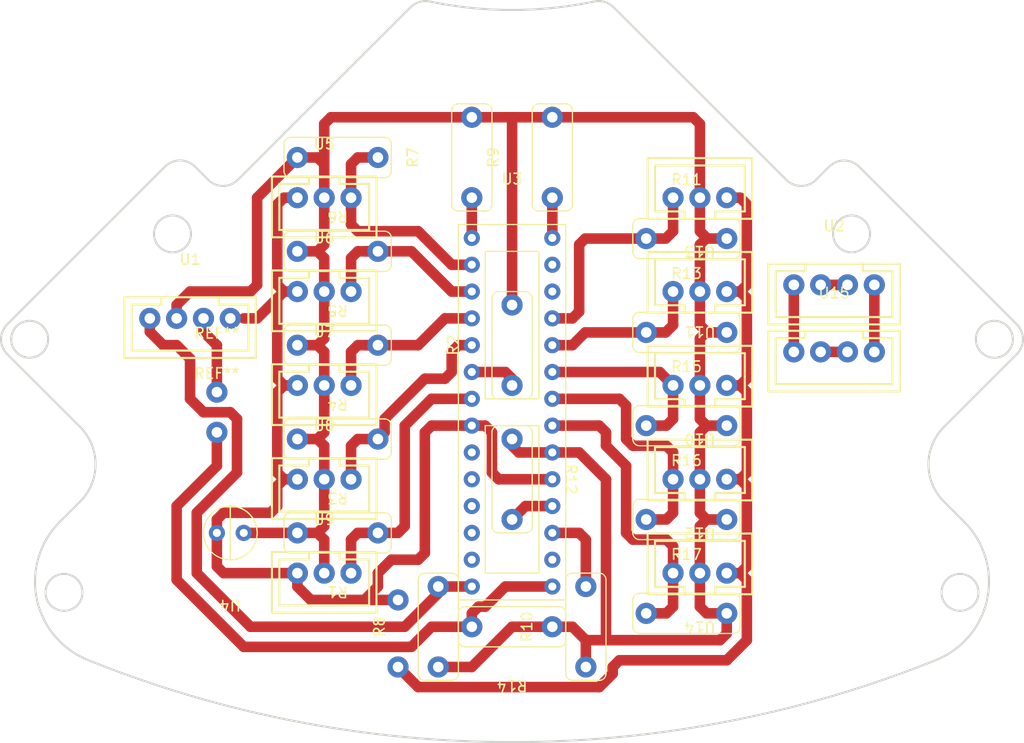
<source format=kicad_pcb>
(kicad_pcb (version 20211014) (generator pcbnew)
  (layers (0 "F.Cu" signal) (31 "B.Cu" signal) (34 "B.Paste" user) (35 "F.Paste" user) (36 "B.SilkS" user "B.Silkscreen") (37 "F.SilkS" user "F.Silkscreen") (38 "B.Mask" user) (39 "F.Mask" user) (44 "Edge.Cuts" user))
  (net 0 "")
  (net 1 "GND")
  (net 2 "ch5")
  (net 3 "+5V")
  (net 4 "start")
  (net 5 "ch4")
  (net 6 "ch3")
  (net 7 "ch2")
  (net 8 "ch1")
  (net 9 "Net-(R7-Pad1)")
  (net 10 "SCL")
  (net 11 "Net-(R9-Pad1)")
  (net 12 "Net-(R10-Pad2)")
  (net 13 "ch9")
  (net 14 "Net-(R12-Pad2)")
  (net 15 "ch7")
  (net 16 "SDA")
  (net 17 "ch6")
  (net 18 "ch8")
  (net 19 "ch10")
  (net 28 "Net-(U15-Pad1)")
  (net 29 "Net-(U2-Pad2)")
  (net 30 "Net-(U15-Pad4)")
  (net 31 "Net-(U15-Pad2)")
  (footprint "自分のフットプリント:コネクター3ピン" (layer "F.Cu") (at -17.78 30.48)
    (fp_text reference "U7" (at 0 0 unlocked) (layer "F.SilkS"))
    (fp_text value "コネクター3ピン")
    (pad "1" thru_hole circle (at -2.54 5.08) (size 2 2) (drill 1) (layers *.Mask "F.Cu" "In1.Cu" "B.Cu") (net 1 "GND"))
    (pad "2" thru_hole circle (at 0 5.08) (size 2 2) (drill 1) (layers *.Mask "F.Cu" "In1.Cu" "B.Cu") (net 3 "+5V"))
    (pad "3" thru_hole circle (at 2.54 5.08) (size 2 2) (drill 1) (layers *.Mask "F.Cu" "In1.Cu" "B.Cu") (net 6 "ch3"))
  )
  (footprint "自分のフットプリント:抵抗" (layer "F.Cu") (at 16.51 16.57)
    (fp_text reference "R11" (at 0 -0.5 unlocked) (layer "F.SilkS"))
    (fp_text value "100K")
    (pad "1" thru_hole circle (at -3.81 5.08) (size 2 2) (drill 1) (layers *.Cu *.Mask) (net 13 "ch9"))
    (pad "2" thru_hole circle (at 3.81 5.08) (size 2 2) (drill 1) (layers *.Cu *.Mask) (net 3 "+5V"))
  )
  (footprint "自分のフットプリント:コネクター3ピン" (layer "F.Cu") (at 17.78 40.64 180)
    (fp_text reference "U10" (at 0 0 180 unlocked) (layer "F.SilkS"))
    (fp_text value "コネクター3ピン")
    (pad "1" thru_hole circle (at -2.54 5.08 180) (size 2 2) (drill 1) (layers *.Mask "F.Cu" "In1.Cu" "B.Cu") (net 1 "GND"))
    (pad "2" thru_hole circle (at 0 5.08 180) (size 2 2) (drill 1) (layers *.Mask "F.Cu" "In1.Cu" "B.Cu") (net 3 "+5V"))
    (pad "3" thru_hole circle (at 2.54 5.08 180) (size 2 2) (drill 1) (layers *.Mask "F.Cu" "In1.Cu" "B.Cu") (net 17 "ch6"))
  )
  (footprint "自分のフットプリント:抵抗" (layer "F.Cu") (at 16.51 34.29)
    (fp_text reference "R15" (at 0 -0.5 unlocked) (layer "F.SilkS"))
    (fp_text value "100K")
    (pad "1" thru_hole circle (at -3.81 5.08) (size 2 2) (drill 1) (layers *.Cu *.Mask) (net 17 "ch6"))
    (pad "2" thru_hole circle (at 3.81 5.08) (size 2 2) (drill 1) (layers *.Cu *.Mask) (net 3 "+5V"))
  )
  (footprint "自分のフットプリント:ジャンパ線" (layer "F.Cu") (at -27.94 34.925)
    (fp_text reference "REF**" (at 0 -0.5 unlocked) (layer "F.SilkS"))
    (fp_text value "ジャンパ線")
    (pad "1" thru_hole circle (at 0 5.08) (size 2 2) (drill 1) (layers F&B.Cu *.Mask))
  )
  (footprint "自分のフットプリント:ジャンパ線" (layer "F.Cu") (at -27.94 31.115)
    (fp_text reference "REF**" (at 0 -0.5 unlocked) (layer "F.SilkS"))
    (fp_text value "ジャンパ線")
    (pad "1" thru_hole circle (at 0 5.08) (size 2 2) (drill 1) (layers *.Cu *.Mask))
  )
  (footprint "自分のフットプリント:TJ3B-COREマイコン" (layer "F.Cu") (at 0 16.51)
    (fp_text reference "U3" (at 0 -0.5 unlocked) (layer "F.SilkS"))
    (fp_text value "TJ3B-COREマイコン")
    (pad "1" thru_hole circle (at -3.81 5.08) (size 1.524 1.524) (drill 0.762) (layers *.Cu *.Mask) (net 9 "Net-(R7-Pad1)"))
    (pad "2" thru_hole circle (at -3.81 7.62) (size 1.524 1.524) (drill 0.762) (layers *.Cu *.Mask) (net 8 "ch1"))
    (pad "3" thru_hole circle (at -3.81 10.16) (size 1.524 1.524) (drill 0.762) (layers *.Cu *.Mask) (net 7 "ch2"))
    (pad "4" thru_hole circle (at -3.81 12.7) (size 1.524 1.524) (drill 0.762) (layers *.Cu *.Mask) (net 6 "ch3"))
    (pad "5" thru_hole circle (at -3.81 15.24) (size 1.524 1.524) (drill 0.762) (layers *.Cu *.Mask) (net 5 "ch4"))
    (pad "6" thru_hole circle (at -3.81 17.78) (size 1.524 1.524) (drill 0.762) (layers *.Cu *.Mask) (net 4 "start"))
    (pad "7" thru_hole circle (at -3.81 20.32) (size 1.524 1.524) (drill 0.762) (layers *.Cu *.Mask) (net 2 "ch5"))
    (pad "8" thru_hole circle (at -3.81 22.86) (size 1.524 1.524) (drill 0.762) (layers *.Cu *.Mask) (net 1 "GND"))
    (pad "9" thru_hole circle (at -3.81 25.4) (size 1.524 1.524) (drill 0.762) (layers *.Cu *.Mask))
    (pad "10" thru_hole circle (at -3.81 27.94) (size 1.524 1.524) (drill 0.762) (layers *.Cu *.Mask))
    (pad "11" thru_hole circle (at -3.81 30.48) (size 1.524 1.524) (drill 0.762) (layers *.Cu *.Mask))
    (pad "12" thru_hole circle (at -3.81 33.02) (size 1.524 1.524) (drill 0.762) (layers *.Cu *.Mask))
    (pad "13" thru_hole circle (at -3.81 35.56) (size 1.524 1.524) (drill 0.762) (layers *.Cu *.Mask))
    (pad "14" thru_hole circle (at -3.81 38.1) (size 1.524 1.524) (drill 0.762) (layers *.Cu *.Mask) (net 10 "SCL"))
    (pad "15" thru_hole circle (at 3.81 38.1 180) (size 1.524 1.524) (drill 0.762) (layers *.Cu *.Mask) (net 16 "SDA"))
    (pad "16" thru_hole circle (at 3.81 35.56 180) (size 1.524 1.524) (drill 0.762) (layers *.Cu *.Mask))
    (pad "17" thru_hole circle (at 3.81 33.02 180) (size 1.524 1.524) (drill 0.762) (layers *.Cu *.Mask) (net 12 "Net-(R10-Pad2)"))
    (pad "18" thru_hole circle (at 3.81 30.48 180) (size 1.524 1.524) (drill 0.762) (layers *.Cu *.Mask) (net 14 "Net-(R12-Pad2)"))
    (pad "19" thru_hole circle (at 3.81 27.94 180) (size 1.524 1.524) (drill 0.762) (layers *.Cu *.Mask) (net 1 "GND"))
    (pad "20" thru_hole circle (at 3.81 25.4 180) (size 1.524 1.524) (drill 0.762) (layers *.Cu *.Mask) (net 3 "+5V"))
    (pad "21" thru_hole circle (at 3.81 22.86 180) (size 1.524 1.524) (drill 0.762) (layers *.Cu *.Mask) (net 19 "ch10"))
    (pad "22" thru_hole circle (at 3.81 20.32 180) (size 1.524 1.524) (drill 0.762) (layers *.Cu *.Mask) (net 18 "ch8"))
    (pad "23" thru_hole circle (at 3.81 17.78 180) (size 1.524 1.524) (drill 0.762) (layers *.Cu *.Mask) (net 17 "ch6"))
    (pad "24" thru_hole circle (at 3.81 15.24 180) (size 1.524 1.524) (drill 0.762) (layers *.Cu *.Mask) (net 15 "ch7"))
    (pad "25" thru_hole circle (at 3.81 12.7 180) (size 1.524 1.524) (drill 0.762) (layers *.Cu *.Mask) (net 13 "ch9"))
    (pad "26" thru_hole circle (at 3.81 10.16 180) (size 1.524 1.524) (drill 0.762) (layers *.Cu *.Mask))
    (pad "27" thru_hole circle (at 3.81 7.62 180) (size 1.524 1.524) (drill 0.762) (layers *.Cu *.Mask))
    (pad "28" thru_hole circle (at 3.81 5.08 180) (size 1.524 1.524) (drill 0.762) (layers *.Cu *.Mask) (net 11 "Net-(R9-Pad1)"))
  )
  (footprint "自分のフットプリント:コネクター3ピン" (layer "F.Cu") (at 17.78 49.53 180)
    (fp_text reference "U12" (at 0 0 180 unlocked) (layer "F.SilkS"))
    (fp_text value "コネクター3ピン")
    (pad "1" thru_hole circle (at -2.54 5.08 180) (size 2 2) (drill 1) (layers *.Mask "F.Cu" "In1.Cu" "B.Cu") (net 1 "GND"))
    (pad "2" thru_hole circle (at 0 5.08 180) (size 2 2) (drill 1) (layers *.Mask "F.Cu" "In1.Cu" "B.Cu") (net 3 "+5V"))
    (pad "3" thru_hole circle (at 2.54 5.08 180) (size 2 2) (drill 1) (layers *.Mask "F.Cu" "In1.Cu" "B.Cu") (net 18 "ch8"))
  )
  (footprint "自分のフットプリント:抵抗" (layer "F.Cu") (at -1.270001 13.97 90)
    (fp_text reference "R9" (at 0 -0.5 90 unlocked) (layer "F.SilkS"))
    (fp_text value "10K")
    (pad "1" thru_hole circle (at -3.81 5.08 90) (size 2 2) (drill 1) (layers *.Cu *.Mask) (net 11 "Net-(R9-Pad1)"))
    (pad "2" thru_hole circle (at 3.81 5.08 90) (size 2 2) (drill 1) (layers *.Cu *.Mask) (net 3 "+5V"))
  )
  (footprint "自分のフットプリント:抵抗" (layer "F.Cu") (at 0 63.5 180)
    (fp_text reference "R14" (at 0 -0.5 180 unlocked) (layer "F.SilkS"))
    (fp_text value "10K")
    (pad "1" thru_hole circle (at -3.81 5.08 180) (size 2 2) (drill 1) (layers *.Cu *.Mask) (net 3 "+5V"))
    (pad "2" thru_hole circle (at 3.81 5.08 180) (size 2 2) (drill 1) (layers *.Cu *.Mask) (net 16 "SDA"))
  )
  (footprint "自分のフットプリント:抵抗" (layer "F.Cu") (at -8.89 13.97 90)
    (fp_text reference "R7" (at 0 -0.5 90 unlocked) (layer "F.SilkS"))
    (fp_text value "10K")
    (pad "1" thru_hole circle (at -3.81 5.08 90) (size 2 2) (drill 1) (layers *.Cu *.Mask) (net 9 "Net-(R7-Pad1)"))
    (pad "2" thru_hole circle (at 3.81 5.08 90) (size 2 2) (drill 1) (layers *.Cu *.Mask) (net 3 "+5V"))
  )
  (footprint "自分のフットプリント:抵抗" (layer "F.Cu") (at 16.51 52.07)
    (fp_text reference "R17" (at 0 -0.5 unlocked) (layer "F.SilkS"))
    (fp_text value "100K")
    (pad "1" thru_hole circle (at -3.81 5.08) (size 2 2) (drill 1) (layers *.Cu *.Mask) (net 19 "ch10"))
    (pad "2" thru_hole circle (at 3.81 5.08) (size 2 2) (drill 1) (layers *.Cu *.Mask) (net 3 "+5V"))
  )
  (footprint "自分のフットプリント:抵抗" (layer "F.Cu") (at -16.51 27.94 180)
    (fp_text reference "R5" (at 0 -0.5 180 unlocked) (layer "F.SilkS"))
    (fp_text value "100K")
    (pad "1" thru_hole circle (at -3.81 5.08 180) (size 2 2) (drill 1) (layers *.Cu *.Mask) (net 7 "ch2"))
    (pad "2" thru_hole circle (at 3.81 5.08 180) (size 2 2) (drill 1) (layers *.Cu *.Mask) (net 3 "+5V"))
  )
  (footprint "自分のフットプリント:コネクター3ピン" (layer "F.Cu") (at -17.78 21.59)
    (fp_text reference "U6" (at 0 0 unlocked) (layer "F.SilkS"))
    (fp_text value "コネクター3ピン")
    (pad "1" thru_hole circle (at -2.54 5.08) (size 2 2) (drill 1) (layers *.Mask "F.Cu" "In1.Cu" "B.Cu") (net 1 "GND"))
    (pad "2" thru_hole circle (at 0 5.08) (size 2 2) (drill 1) (layers *.Mask "F.Cu" "In1.Cu" "B.Cu") (net 3 "+5V"))
    (pad "3" thru_hole circle (at 2.54 5.08) (size 2 2) (drill 1) (layers *.Mask "F.Cu" "In1.Cu" "B.Cu") (net 7 "ch2"))
  )
  (footprint "自分のフットプリント:抵抗" (layer "F.Cu") (at 1.905 58.42 90)
    (fp_text reference "R10" (at 0 -0.5 90 unlocked) (layer "F.SilkS"))
    (fp_text value "10K")
    (pad "1" thru_hole circle (at -3.81 5.08 90) (size 2 2) (drill 1) (layers *.Cu *.Mask) (net 3 "+5V"))
    (pad "2" thru_hole circle (at 3.81 5.08 90) (size 2 2) (drill 1) (layers *.Cu *.Mask) (net 12 "Net-(R10-Pad2)"))
  )
  (footprint "自分のフットプリント:抵抗" (layer "F.Cu") (at 16.51 25.46)
    (fp_text reference "R13" (at 0 -0.5 unlocked) (layer "F.SilkS"))
    (fp_text value "100K")
    (pad "1" thru_hole circle (at -3.81 5.08) (size 2 2) (drill 1) (layers *.Cu *.Mask) (net 15 "ch7"))
    (pad "2" thru_hole circle (at 3.81 5.08) (size 2 2) (drill 1) (layers *.Cu *.Mask) (net 3 "+5V"))
  )
  (footprint "自分のフットプリント:抵抗" (layer "F.Cu") (at 16.51 43.18)
    (fp_text reference "R16" (at 0 -0.5 unlocked) (layer "F.SilkS"))
    (fp_text value "100K")
    (pad "1" thru_hole circle (at -3.81 5.08) (size 2 2) (drill 1) (layers *.Cu *.Mask) (net 18 "ch8"))
    (pad "2" thru_hole circle (at 3.81 5.08) (size 2 2) (drill 1) (layers *.Cu *.Mask) (net 3 "+5V"))
  )
  (footprint "自分のフットプリント:コネクター3ピン" (layer "F.Cu") (at 17.78 58.42 180)
    (fp_text reference "U14" (at 0 0 180 unlocked) (layer "F.SilkS"))
    (fp_text value "コネクター3ピン")
    (pad "1" thru_hole circle (at -2.54 5.08 180) (size 2 2) (drill 1) (layers *.Mask "F.Cu" "In1.Cu" "B.Cu") (net 1 "GND"))
    (pad "2" thru_hole circle (at 0 5.08 180) (size 2 2) (drill 1) (layers *.Mask "F.Cu" "In1.Cu" "B.Cu") (net 3 "+5V"))
    (pad "3" thru_hole circle (at 2.54 5.08 180) (size 2 2) (drill 1) (layers *.Mask "F.Cu" "In1.Cu" "B.Cu") (net 19 "ch10"))
  )
  (footprint "自分のフットプリント:抵抗" (layer "F.Cu") (at 5.08 44.45 -90)
    (fp_text reference "R12" (at 0 -0.5 -90 unlocked) (layer "F.SilkS"))
    (fp_text value "10K")
    (pad "1" thru_hole circle (at -3.81 5.08 270) (size 2 2) (drill 1) (layers *.Cu *.Mask) (net 3 "+5V"))
    (pad "2" thru_hole circle (at 3.81 5.08 270) (size 2 2) (drill 1) (layers *.Cu *.Mask) (net 14 "Net-(R12-Pad2)"))
  )
  (footprint "" (layer "F.Cu") (at -10.795 55.88)
    (fp_text reference "" (at 0 0) (layer "F.SilkS") (effects (font (size 1.27 1.27))))
    (fp_text value "" (at 0 0) (layer "F.SilkS") (effects (font (size 1.27 1.27))))
    (pad "1" thru_hole circle (at 0 0) (size 2 2) (drill 1) (layers F&B.Cu *.Mask))
  )
  (footprint "自分のフットプリント:電解コンデンサー" (layer "F.Cu") (at -26.67 55.88 180)
    (fp_text reference "U4" (at 0 -0.5 180 unlocked) (layer "F.SilkS"))
    (fp_text value "電解コンデンサー")
    (pad "1" thru_hole circle (at -1.27 6.35 180) (size 1.524 1.524) (drill 0.762) (layers *.Cu *.Mask) (net 3 "+5V"))
    (pad "2" thru_hole circle (at 1.27 6.35 180) (size 1.524 1.524) (drill 0.762) (layers *.Cu *.Mask) (net 1 "GND"))
  )
  (footprint "自分のフットプリント:抵抗" (layer "F.Cu") (at -12.065 58.42 90)
    (fp_text reference "R8" (at 0 -0.5 90 unlocked) (layer "F.SilkS"))
    (fp_text value "10K")
    (pad "1" thru_hole circle (at -3.81 5.08 90) (size 2 2) (drill 1) (layers *.Cu *.Mask) (net 3 "+5V"))
    (pad "2" thru_hole circle (at 3.81 5.08 90) (size 2 2) (drill 1) (layers *.Cu *.Mask) (net 10 "SCL"))
  )
  (footprint "自分のフットプリント:抵抗" (layer "F.Cu") (at -16.51 54.61 180)
    (fp_text reference "R1" (at 0 -0.5 180 unlocked) (layer "F.SilkS"))
    (fp_text value "100K")
    (pad "1" thru_hole circle (at -3.81 5.08 180) (size 2 2) (drill 1) (layers *.Cu *.Mask) (net 2 "ch5"))
    (pad "2" thru_hole circle (at 3.81 5.08 180) (size 2 2) (drill 1) (layers *.Cu *.Mask) (net 3 "+5V"))
  )
  (footprint "自分のフットプリント:コネクター4ピン" (layer "F.Cu") (at 30.48 27.305)
    (fp_text reference "U15" (at 0 -0.5 unlocked) (layer "F.SilkS"))
    (fp_text value "電池")
    (pad "1" thru_hole circle (at -3.81 5.08) (size 2 2) (drill 1) (layers *.Mask "F.Cu" "In1.Cu" "B.Cu") (net 28 "Net-(U15-Pad1)"))
    (pad "2" thru_hole circle (at -1.27 5.08) (size 2 2) (drill 1) (layers *.Mask "F.Cu" "In1.Cu" "B.Cu") (net 31 "Net-(U15-Pad2)"))
    (pad "3" thru_hole circle (at 1.27 5.08) (size 2 2) (drill 1) (layers *.Mask "F.Cu" "In1.Cu" "B.Cu") (net 31 "Net-(U15-Pad2)"))
    (pad "4" thru_hole circle (at 3.81 5.08) (size 2 2) (drill 1) (layers *.Mask "F.Cu" "In1.Cu" "B.Cu") (net 30 "Net-(U15-Pad4)"))
  )
  (footprint "自分のフットプリント:コネクター4ピン" (layer "F.Cu") (at 30.48 20.955)
    (fp_text reference "U2" (at 0 -0.5 unlocked) (layer "F.SilkS"))
    (fp_text value "電池")
    (pad "1" thru_hole circle (at -3.81 5.08) (size 2 2) (drill 1) (layers *.Mask "F.Cu" "In1.Cu" "B.Cu") (net 28 "Net-(U15-Pad1)"))
    (pad "2" thru_hole circle (at -1.27 5.08) (size 2 2) (drill 1) (layers *.Mask "F.Cu" "In1.Cu" "B.Cu") (net 29 "Net-(U2-Pad2)"))
    (pad "3" thru_hole circle (at 1.27 5.08) (size 2 2) (drill 1) (layers *.Mask "F.Cu" "In1.Cu" "B.Cu") (net 29 "Net-(U2-Pad2)"))
    (pad "4" thru_hole circle (at 3.81 5.08) (size 2 2) (drill 1) (layers *.Mask "F.Cu" "In1.Cu" "B.Cu") (net 30 "Net-(U15-Pad4)"))
  )
  (footprint "自分のフットプリント:コネクター4ピン" (layer "F.Cu") (at -30.48 24.13)
    (fp_text reference "U1" (at 0 -0.5 unlocked) (layer "F.SilkS"))
    (fp_text value "I2Cピン")
    (pad "1" thru_hole circle (at -3.81 5.08) (size 2 2) (drill 1) (layers *.Mask "F.Cu" "In1.Cu" "B.Cu") (net 10 "SCL"))
    (pad "2" thru_hole circle (at -1.27 5.08) (size 2 2) (drill 1) (layers *.Mask "F.Cu" "In1.Cu" "B.Cu") (net 3 "+5V"))
    (pad "3" thru_hole circle (at 1.27 5.08) (size 2 2) (drill 1) (layers *.Mask "F.Cu" "In1.Cu" "B.Cu") (net 16 "SDA"))
    (pad "4" thru_hole circle (at 3.81 5.08) (size 2 2) (drill 1) (layers *.Mask "F.Cu" "In1.Cu" "B.Cu") (net 1 "GND"))
  )
  (footprint "自分のフットプリント:抵抗" (layer "F.Cu") (at -5.08 31.75 90)
    (fp_text reference "R2" (at 0 -0.5 90 unlocked) (layer "F.SilkS"))
    (fp_text value "10K")
    (pad "1" thru_hole circle (at -3.81 5.08 90) (size 2 2) (drill 1) (layers *.Cu *.Mask) (net 4 "start"))
    (pad "2" thru_hole circle (at 3.81 5.08 90) (size 2 2) (drill 1) (layers *.Cu *.Mask) (net 3 "+5V"))
  )
  (footprint "自分のフットプリント:コネクター3ピン" (layer "F.Cu") (at -17.78 39.37)
    (fp_text reference "U8" (at 0 0 unlocked) (layer "F.SilkS"))
    (fp_text value "コネクター3ピン")
    (pad "1" thru_hole circle (at -2.54 5.08) (size 2 2) (drill 1) (layers *.Mask "F.Cu" "In1.Cu" "B.Cu") (net 1 "GND"))
    (pad "2" thru_hole circle (at 0 5.08) (size 2 2) (drill 1) (layers *.Mask "F.Cu" "In1.Cu" "B.Cu") (net 3 "+5V"))
    (pad "3" thru_hole circle (at 2.54 5.08) (size 2 2) (drill 1) (layers *.Mask "F.Cu" "In1.Cu" "B.Cu") (net 5 "ch4"))
  )
  (footprint "自分のフットプリント:コネクター3ピン" (layer "F.Cu") (at 17.78 31.75 180)
    (fp_text reference "U11" (at 0 1.27 180 unlocked) (layer "F.SilkS"))
    (fp_text value "コネクター3ピン")
    (pad "1" thru_hole circle (at -2.54 5.08 180) (size 2 2) (drill 1) (layers *.Mask "F.Cu" "In1.Cu" "B.Cu") (net 1 "GND"))
    (pad "2" thru_hole circle (at 0 5.08 180) (size 2 2) (drill 1) (layers *.Mask "F.Cu" "In1.Cu" "B.Cu") (net 3 "+5V"))
    (pad "3" thru_hole circle (at 2.54 5.08 180) (size 2 2) (drill 1) (layers *.Mask "F.Cu" "In1.Cu" "B.Cu") (net 15 "ch7"))
  )
  (footprint "自分のフットプリント:コネクター3ピン" (layer "F.Cu") (at -17.78 48.26)
    (fp_text reference "U9" (at 0 0 unlocked) (layer "F.SilkS"))
    (fp_text value "コネクター3ピン")
    (pad "1" thru_hole circle (at -2.54 5.08) (size 2 2) (drill 1) (layers *.Mask "F.Cu" "In1.Cu" "B.Cu") (net 1 "GND"))
    (pad "2" thru_hole circle (at 0 5.08) (size 2 2) (drill 1) (layers *.Mask "F.Cu" "In1.Cu" "B.Cu") (net 3 "+5V"))
    (pad "3" thru_hole circle (at 2.54 5.08) (size 2 2) (drill 1) (layers *.Mask "F.Cu" "In1.Cu" "B.Cu") (net 2 "ch5"))
  )
  (footprint "自分のフットプリント:抵抗" (layer "F.Cu") (at -16.51 19.05 180)
    (fp_text reference "R6" (at 0 -0.5 180 unlocked) (layer "F.SilkS"))
    (fp_text value "100K")
    (pad "1" thru_hole circle (at -3.81 5.08 180) (size 2 2) (drill 1) (layers *.Cu *.Mask) (net 8 "ch1"))
    (pad "2" thru_hole circle (at 3.81 5.08 180) (size 2 2) (drill 1) (layers *.Cu *.Mask) (net 3 "+5V"))
  )
  (footprint "自分のフットプリント:コネクター3ピン" (layer "F.Cu") (at -17.78 12.7)
    (fp_text reference "U5" (at 0 0 unlocked) (layer "F.SilkS"))
    (fp_text value "コネクター3ピン")
    (pad "1" thru_hole circle (at -2.54 5.08) (size 2 2) (drill 1) (layers *.Mask "F.Cu" "In1.Cu" "B.Cu") (net 1 "GND"))
    (pad "2" thru_hole circle (at 0 5.08) (size 2 2) (drill 1) (layers *.Mask "F.Cu" "In1.Cu" "B.Cu") (net 3 "+5V"))
    (pad "3" thru_hole circle (at 2.54 5.08) (size 2 2) (drill 1) (layers *.Mask "F.Cu" "In1.Cu" "B.Cu") (net 8 "ch1"))
  )
  (footprint "" (layer "F.Cu") (at -10.795 62.23)
    (fp_text reference "" (at 0 0) (layer "F.SilkS") (effects (font (size 1.27 1.27))))
    (fp_text value "" (at 0 0) (layer "F.SilkS") (effects (font (size 1.27 1.27))))
    (pad "1" thru_hole circle (at 0 0) (size 2 2) (drill 1) (layers F&B.Cu *.Mask))
  )
  (footprint "自分のフットプリント:コネクター3ピン" (layer "F.Cu") (at 17.78 22.86 180)
    (fp_text reference "U13" (at 0 0 180 unlocked) (layer "F.SilkS"))
    (fp_text value "コネクター3ピン")
    (pad "1" thru_hole circle (at -2.54 5.08 180) (size 2 2) (drill 1) (layers *.Mask "F.Cu" "In1.Cu" "B.Cu") (net 1 "GND"))
    (pad "2" thru_hole circle (at 0 5.08 180) (size 2 2) (drill 1) (layers *.Mask "F.Cu" "In1.Cu" "B.Cu") (net 3 "+5V"))
    (pad "3" thru_hole circle (at 2.54 5.08 180) (size 2 2) (drill 1) (layers *.Mask "F.Cu" "In1.Cu" "B.Cu") (net 13 "ch9"))
  )
  (footprint "自分のフットプリント:抵抗" (layer "F.Cu") (at -16.51 36.83 180)
    (fp_text reference "R4" (at 0 -0.5 180 unlocked) (layer "F.SilkS"))
    (fp_text value "100K")
    (pad "1" thru_hole circle (at -3.81 5.08 180) (size 2 2) (drill 1) (layers *.Cu *.Mask) (net 6 "ch3"))
    (pad "2" thru_hole circle (at 3.81 5.08 180) (size 2 2) (drill 1) (layers *.Cu *.Mask) (net 3 "+5V"))
  )
  (footprint "自分のフットプリント:抵抗" (layer "F.Cu") (at -16.51 45.72 180)
    (fp_text reference "R3" (at 0 -0.5 180 unlocked) (layer "F.SilkS"))
    (fp_text value "100K")
    (pad "1" thru_hole circle (at -3.81 5.08 180) (size 2 2) (drill 1) (layers *.Cu *.Mask) (net 5 "ch4"))
    (pad "2" thru_hole circle (at 3.81 5.08 180) (size 2 2) (drill 1) (layers *.Cu *.Mask) (net 3 "+5V"))
  )
  (gr_line (start -40.889289 46.57052) (end -42.811738 48.492969) (layer "Edge.Cuts") (width 0.2))
  (gr_arc (start -40.141831 61.571289) (mid -44.993215 55.75) (end -42.811738 48.492969) (layer "Edge.Cuts") (width 0.2))
  (gr_line (start -32.843808 14.836963) (end -42.126726 24.119879) (layer "Edge.Cuts") (width 0.2))
  (gr_arc (start -32.843808 14.836963) (mid -31.429595 14.251176) (end -30.015381 14.836963) (layer "Edge.Cuts") (width 0.2))
  (gr_arc (start -9.6057 -0.257632) (mid -8.763466 -0.759883) (end -7.783726 -0.80141) (layer "Edge.Cuts") (width 0.2))
  (gr_line (start 30.011804 14.842857) (end 28.774369 16.080292) (layer "Edge.Cuts") (width 0.2))
  (gr_arc (start 47.77411 29.776736) (mid 48.359897 31.19095) (end 47.77411 32.605163) (layer "Edge.Cuts") (width 0.2))
  (gr_line (start -47.78358 32.605161) (end -40.889289 39.499452) (layer "Edge.Cuts") (width 0.2))
  (gr_arc (start 7.783527 -0.803339) (mid 0 0) (end -7.783726 -0.80141) (layer "Edge.Cuts") (width 0.2))
  (gr_line (start -28.772051 16.080292) (end -30.015381 14.836963) (layer "Edge.Cuts") (width 0.2))
  (gr_line (start 47.77411 29.776736) (end 42.117256 24.119882) (layer "Edge.Cuts") (width 0.2))
  (gr_arc (start 40.132359 61.571291) (mid -0.004736 69.345347) (end -40.141831 61.571289) (layer "Edge.Cuts") (width 0.2))
  (gr_arc (start -25.943624 16.080292) (mid -27.357838 16.666079) (end -28.772051 16.080292) (layer "Edge.Cuts") (width 0.2))
  (gr_circle (center 45.65279 31.19095) (end 43.90279 31.19095) (layer "Edge.Cuts") (width 0.2) (fill none))
  (gr_circle (center 32.13312 21.206818) (end 30.38312 21.206818) (layer "Edge.Cuts") (width 0.2) (fill none))
  (gr_arc (start 42.802267 48.492971) (mid 44.983744 55.750002) (end 40.132359 61.571291) (layer "Edge.Cuts") (width 0.2))
  (gr_line (start 42.802267 48.492971) (end 40.879818 46.570522) (layer "Edge.Cuts") (width 0.2))
  (gr_circle (center 42.400492 55.162264) (end 40.650492 55.162264) (layer "Edge.Cuts") (width 0.2) (fill none))
  (gr_line (start -42.126726 24.119879) (end -47.78358 29.776734) (layer "Edge.Cuts") (width 0.2))
  (gr_arc (start 28.774369 16.080292) (mid 27.360156 16.666079) (end 25.945942 16.080292) (layer "Edge.Cuts") (width 0.2))
  (gr_circle (center -45.66226 31.190947) (end -47.41226 31.190947) (layer "Edge.Cuts") (width 0.2) (fill none))
  (gr_line (start 25.945942 16.080292) (end 9.605987 -0.259663) (layer "Edge.Cuts") (width 0.2))
  (gr_circle (center -32.14259 21.206816) (end -33.89259 21.206816) (layer "Edge.Cuts") (width 0.2) (fill none))
  (gr_line (start 40.879819 39.499454) (end 47.77411 32.605163) (layer "Edge.Cuts") (width 0.2))
  (gr_arc (start -40.889289 39.499452) (mid -39.424824 43.034986) (end -40.889289 46.57052) (layer "Edge.Cuts") (width 0.2))
  (gr_line (start -9.6057 -0.257632) (end -25.943624 16.080292) (layer "Edge.Cuts") (width 0.2))
  (gr_circle (center -42.409963 55.162261) (end -44.159963 55.162261) (layer "Edge.Cuts") (width 0.2) (fill none))
  (gr_line (start 42.117256 24.119882) (end 32.840231 14.842857) (layer "Edge.Cuts") (width 0.2))
  (gr_arc (start -47.78358 32.605161) (mid -48.369359 31.190947) (end -47.78358 29.776734) (layer "Edge.Cuts") (width 0.2))
  (gr_arc (start 30.011804 14.842857) (mid 31.426018 14.257071) (end 32.840231 14.842857) (layer "Edge.Cuts") (width 0.2))
  (gr_arc (start 40.879818 46.570522) (mid 39.415352 43.034988) (end 40.879819 39.499454) (layer "Edge.Cuts") (width 0.2))
  (gr_arc (start 7.783527 -0.803339) (mid 8.763515 -0.761985) (end 9.605987 -0.259663) (layer "Edge.Cuts") (width 0.2))
  (segment (start 22.225 59.69) (end 20.32 61.595) (width 1) (layer "F.Cu") (net 1))
  (segment (start 22.225 26.035) (end 22.225 18.415) (width 1) (layer "F.Cu") (net 1))
  (segment (start -11.43 52.07) (end -8.89 52.07) (width 1) (layer "F.Cu") (net 1))
  (segment (start -19.05 55.88) (end -13.97 55.88) (width 1) (layer "F.Cu") (net 1))
  (segment (start 8.255 64.135) (end -8.89 64.135) (width 1) (layer "F.Cu") (net 1))
  (segment (start 21.59 35.56) (end 20.32 35.56) (width 1) (layer "F.Cu") (net 1))
  (segment (start -27.305 47.625) (end -27.94 48.26) (width 1) (layer "F.Cu") (net 1))
  (segment (start -20.32 17.78) (end -21.59 17.78) (width 1) (layer "F.Cu") (net 1))
  (segment (start -12.7 53.34) (end -11.43 52.07) (width 1) (layer "F.Cu") (net 1))
  (segment (start -21.59 35.56) (end -20.32 35.56) (width 1) (layer "F.Cu") (net 1))
  (segment (start -20.32 53.34) (end -20.32 54.61) (width 1) (layer "F.Cu") (net 1))
  (segment (start -13.97 55.88) (end -12.7 54.61) (width 1) (layer "F.Cu") (net 1))
  (segment (start -1.27 44.45) (end 3.81 44.45) (width 1) (layer "F.Cu") (net 1))
  (segment (start 21.59 44.45) (end 22.225 43.815) (width 1) (layer "F.Cu") (net 1))
  (segment (start -8.255 40.005) (end -7.62 39.37) (width 1) (layer "F.Cu") (net 1))
  (segment (start -13.97 55.88) (end -10.795 55.88) (width 1) (layer "F.Cu") (net 1))
  (segment (start -8.89 52.07) (end -8.255 51.435) (width 1) (layer "F.Cu") (net 1))
  (segment (start 9.525 62.865) (end 8.255 64.135) (width 1) (layer "F.Cu") (net 1))
  (segment (start -3.81 39.37) (end -2.54 39.37) (width 1) (layer "F.Cu") (net 1))
  (segment (start 22.225 43.815) (end 22.225 36.195) (width 1) (layer "F.Cu") (net 1))
  (segment (start -8.89 64.135) (end -10.795 62.23) (width 1) (layer "F.Cu") (net 1))
  (segment (start 20.32 53.34) (end 21.59 53.34) (width 1) (layer "F.Cu") (net 1))
  (segment (start 22.225 53.975) (end 22.225 59.69) (width 1) (layer "F.Cu") (net 1))
  (segment (start 21.59 17.78) (end 20.32 17.78) (width 1) (layer "F.Cu") (net 1))
  (segment (start -7.62 39.37) (end -3.81 39.37) (width 1) (layer "F.Cu") (net 1))
  (segment (start 21.59 26.67) (end 20.32 26.67) (width 1) (layer "F.Cu") (net 1))
  (segment (start 22.225 36.195) (end 21.59 35.56) (width 1) (layer "F.Cu") (net 1))
  (segment (start -22.225 43.815) (end -21.59 44.45) (width 1) (layer "F.Cu") (net 1))
  (segment (start -24.13 29.21) (end -25.4 29.21) (width 1) (layer "F.Cu") (net 1))
  (segment (start -22.225 27.305) (end -22.225 34.925) (width 1) (layer "F.Cu") (net 1))
  (segment (start -21.59 44.45) (end -20.32 44.45) (width 1) (layer "F.Cu") (net 1))
  (segment (start -1.905 40.005) (end -1.905 43.815) (width 1) (layer "F.Cu") (net 1))
  (segment (start -22.86 47.625) (end -27.305 47.625) (width 1) (layer "F.Cu") (net 1))
  (segment (start -12.7 54.61) (end -12.7 53.34) (width 1) (layer "F.Cu") (net 1))
  (segment (start -22.225 46.99) (end -22.86 47.625) (width 1) (layer "F.Cu") (net 1))
  (segment (start -2.54 39.37) (end -1.905 40.005) (width 1) (layer "F.Cu") (net 1))
  (segment (start -22.225 36.195) (end -22.225 43.815) (width 1) (layer "F.Cu") (net 1))
  (segment (start -22.225 27.305) (end -24.13 29.21) (width 1) (layer "F.Cu") (net 1))
  (segment (start 21.59 53.34) (end 22.225 53.975) (width 1) (layer "F.Cu") (net 1))
  (segment (start -21.59 17.78) (end -22.225 18.415) (width 1) (layer "F.Cu") (net 1))
  (segment (start -27.94 48.26) (end -27.94 52.705) (width 1) (layer "F.Cu") (net 1))
  (segment (start 21.59 53.34) (end 22.225 52.705) (width 1) (layer "F.Cu") (net 1))
  (segment (start 21.59 44.45) (end 20.32 44.45) (width 1) (layer "F.Cu") (net 1))
  (segment (start -21.59 35.56) (end -22.225 36.195) (width 1) (layer "F.Cu") (net 1))
  (segment (start -22.225 45.085) (end -22.225 46.99) (width 1) (layer "F.Cu") (net 1))
  (segment (start -21.59 26.67) (end -22.225 27.305) (width 1) (layer "F.Cu") (net 1))
  (segment (start -21.59 44.45) (end -22.225 45.085) (width 1) (layer "F.Cu") (net 1))
  (segment (start -27.305 53.34) (end -20.32 53.34) (width 1) (layer "F.Cu") (net 1))
  (segment (start 22.225 52.705) (end 22.225 45.085) (width 1) (layer "F.Cu") (net 1))
  (segment (start 9.525 62.23) (end 9.525 62.865) (width 1) (layer "F.Cu") (net 1))
  (segment (start 22.225 27.305) (end 21.59 26.67) (width 1) (layer "F.Cu") (net 1))
  (segment (start 22.225 18.415) (end 21.59 17.78) (width 1) (layer "F.Cu") (net 1))
  (segment (start -1.905 43.815) (end -1.27 44.45) (width 1) (layer "F.Cu") (net 1))
  (segment (start 20.32 61.595) (end 10.16 61.595) (width 1) (layer "F.Cu") (net 1))
  (segment (start -27.94 52.705) (end -27.305 53.34) (width 1) (layer "F.Cu") (net 1))
  (segment (start 21.59 35.56) (end 22.225 34.925) (width 1) (layer "F.Cu") (net 1))
  (segment (start 21.59 26.67) (end 22.225 26.035) (width 1) (layer "F.Cu") (net 1))
  (segment (start -8.255 51.435) (end -8.255 40.005) (width 1) (layer "F.Cu") (net 1))
  (segment (start -20.32 54.61) (end -19.05 55.88) (width 1) (layer "F.Cu") (net 1))
  (segment (start 10.16 61.595) (end 9.525 62.23) (width 1) (layer "F.Cu") (net 1))
  (segment (start -21.59 26.67) (end -20.32 26.67) (width 1) (layer "F.Cu") (net 1))
  (segment (start -22.225 26.035) (end -21.59 26.67) (width 1) (layer "F.Cu") (net 1))
  (segment (start 22.225 34.925) (end 22.225 27.305) (width 1) (layer "F.Cu") (net 1))
  (segment (start -22.225 18.415) (end -22.225 26.035) (width 1) (layer "F.Cu") (net 1))
  (segment (start 22.225 45.085) (end 21.59 44.45) (width 1) (layer "F.Cu") (net 1))
  (segment (start -22.225 34.925) (end -21.59 35.56) (width 1) (layer "F.Cu") (net 1))
  (segment (start -15.24 53.34) (end -15.24 50.165) (width 1) (layer "F.Cu") (net 2))
  (segment (start -10.16 48.895) (end -10.795 49.53) (width 1) (layer "F.Cu") (net 2))
  (segment (start -3.81 36.83) (end -7.62 36.83) (width 1) (layer "F.Cu") (net 2))
  (segment (start -10.16 39.37) (end -10.16 48.895) (width 1) (layer "F.Cu") (net 2))
  (segment (start -15.24 50.165) (end -14.605 49.53) (width 1) (layer "F.Cu") (net 2))
  (segment (start -14.605 49.53) (end -12.7 49.53) (width 1) (layer "F.Cu") (net 2))
  (segment (start -7.62 36.83) (end -10.16 39.37) (width 1) (layer "F.Cu") (net 2))
  (segment (start -10.795 49.53) (end -13.97 49.53) (width 1) (layer "F.Cu") (net 2))
  (segment (start 8.89 59.69) (end 19.685 59.69) (width 1) (layer "F.Cu") (net 3))
  (segment (start -18.415 49.53) (end -17.78 50.165) (width 1) (layer "F.Cu") (net 3))
  (segment (start 17.78 47.625) (end 17.78 44.45) (width 1) (layer "F.Cu") (net 3))
  (segment (start -17.145 10.16) (end -3.81 10.16) (width 1) (layer "F.Cu") (net 3))
  (segment (start -18.415 31.75) (end -17.78 32.385) (width 1) (layer "F.Cu") (net 3))
  (segment (start 20.32 59.055) (end 20.32 57.15) (width 1) (layer "F.Cu") (net 3))
  (segment (start 5.715 58.42) (end 6.985 59.69) (width 1) (layer "F.Cu") (net 3))
  (segment (start 18.475 21.65) (end 20.32 21.65) (width 1) (layer "F.Cu") (net 3))
  (segment (start 0 58.42) (end -3.81 62.23) (width 1) (layer "F.Cu") (net 3))
  (segment (start 0 41.275) (end 0.635 41.91) (width 1) (layer "F.Cu") (net 3))
  (segment (start -17.78 23.495) (end -17.78 26.67) (width 1) (layer "F.Cu") (net 3))
  (segment (start -24.13 26.035) (end -24.765 26.67) (width 1) (layer "F.Cu") (net 3))
  (segment (start -17.78 48.895) (end -18.415 49.53) (width 1) (layer "F.Cu") (net 3))
  (segment (start -17.78 10.795) (end -17.78 14.605) (width 1) (layer "F.Cu") (net 3))
  (segment (start -31.75 27.94) (end -31.75 29.21) (width 1) (layer "F.Cu") (net 3))
  (segment (start 17.78 20.955) (end 18.475 21.65) (width 1) (layer "F.Cu") (net 3))
  (segment (start 17.78 10.795) (end 17.78 17.78) (width 1) (layer "F.Cu") (net 3))
  (segment (start 18.355 30.54) (end 17.78 31.115) (width 1) (layer "F.Cu") (net 3))
  (segment (start -17.78 50.165) (end -17.78 53.34) (width 1) (layer "F.Cu") (net 3))
  (segment (start 20.32 39.37) (end 18.415 39.37) (width 1) (layer "F.Cu") (net 3))
  (segment (start 6.985 59.69) (end 6.985 62.23) (width 1) (layer "F.Cu") (net 3))
  (segment (start 0 10.16) (end 3.809999 10.16) (width 1) (layer "F.Cu") (net 3))
  (segment (start -20.32 13.97) (end -24.13 17.78) (width 1) (layer "F.Cu") (net 3))
  (segment (start 18.415 57.15) (end 20.32 57.15) (width 1) (layer "F.Cu") (net 3))
  (segment (start -18.415 40.64) (end -20.32 40.64) (width 1) (layer "F.Cu") (net 3))
  (segment (start 18.355 21.65) (end 17.78 22.225) (width 1) (layer "F.Cu") (net 3))
  (segment (start 18.475 30.54) (end 20.32 30.54) (width 1) (layer "F.Cu") (net 3))
  (segment (start 0 58.42) (end 5.715 58.42) (width 1) (layer "F.Cu") (net 3))
  (segment (start -17.78 17.78) (end -17.78 22.225) (width 1) (layer "F.Cu") (net 3))
  (segment (start 0 27.94) (end 0 10.16) (width 1) (layer "F.Cu") (net 3))
  (segment (start -3.81 10.16) (end 0 10.16) (width 1) (layer "F.Cu") (net 3))
  (segment (start -18.415 22.86) (end -20.32 22.86) (width 1) (layer "F.Cu") (net 3))
  (segment (start 17.78 22.225) (end 17.78 26.67) (width 1) (layer "F.Cu") (net 3))
  (segment (start 18.475 21.65) (end 18.355 21.65) (width 1) (layer "F.Cu") (net 3))
  (segment (start 18.415 48.26) (end 17.78 47.625) (width 1) (layer "F.Cu") (net 3))
  (segment (start 17.78 31.115) (end 17.78 35.56) (width 1) (layer "F.Cu") (net 3))
  (segment (start 17.78 48.895) (end 17.78 53.34) (width 1) (layer "F.Cu") (net 3))
  (segment (start 0 40.64) (end 0 41.275) (width 1) (layer "F.Cu") (net 3))
  (segment (start 18.475 30.54) (end 18.355 30.54) (width 1) (layer "F.Cu") (net 3))
  (segment (start -18.415 49.53) (end -25.4 49.53) (width 1) (layer "F.Cu") (net 3))
  (segment (start 6.35 41.91) (end 8.89 44.45) (width 1) (layer "F.Cu") (net 3))
  (segment (start 8.89 59.69) (end 6.985 59.69) (width 1) (layer "F.Cu") (net 3))
  (segment (start 17.78 17.78) (end 17.78 20.955) (width 1) (layer "F.Cu") (net 3))
  (segment (start 20.32 48.26) (end 18.415 48.26) (width 1) (layer "F.Cu") (net 3))
  (segment (start 17.78 29.845) (end 18.475 30.54) (width 1) (layer "F.Cu") (net 3))
  (segment (start -30.48 26.67) (end -31.75 27.94) (width 1) (layer "F.Cu") (net 3))
  (segment (start -24.13 17.78) (end -24.13 26.035) (width 1) (layer "F.Cu") (net 3))
  (segment (start -17.78 26.67) (end -17.78 31.115) (width 1) (layer "F.Cu") (net 3))
  (segment (start -18.415 40.64) (end -17.78 41.275) (width 1) (layer "F.Cu") (net 3))
  (segment (start -17.78 10.795) (end -17.145 10.16) (width 1) (layer "F.Cu") (net 3))
  (segment (start 3.809999 10.16) (end 17.145 10.16) (width 1) (layer "F.Cu") (net 3))
  (segment (start -18.415 13.97) (end -17.78 14.605) (width 1) (layer "F.Cu") (net 3))
  (segment (start -24.765 26.67) (end -30.48 26.67) (width 1) (layer "F.Cu") (net 3))
  (segment (start -17.78 44.45) (end -17.78 48.895) (width 1) (layer "F.Cu") (net 3))
  (segment (start 17.78 26.67) (end 17.78 29.845) (width 1) (layer "F.Cu") (net 3))
  (segment (start -17.78 32.385) (end -17.78 35.56) (width 1) (layer "F.Cu") (net 3))
  (segment (start -18.415 31.75) (end -20.32 31.75) (width 1) (layer "F.Cu") (net 3))
  (segment (start -18.415 22.86) (end -17.78 23.495) (width 1) (layer "F.Cu") (net 3))
  (segment (start 17.78 56.515) (end 18.415 57.15) (width 1) (layer "F.Cu") (net 3))
  (segment (start 17.78 38.735) (end 17.78 35.56) (width 1) (layer "F.Cu") (net 3))
  (segment (start -17.78 22.225) (end -18.415 22.86) (width 1) (layer "F.Cu") (net 3))
  (segment (start -17.78 14.605) (end -17.78 17.78) (width 1) (layer "F.Cu") (net 3))
  (segment (start 0.635 41.91) (end 3.81 41.91) (width 1) (layer "F.Cu") (net 3))
  (segment (start 18.415 39.37) (end 17.78 40.005) (width 1) (layer "F.Cu") (net 3))
  (segment (start 19.685 59.69) (end 20.32 59.055) (width 1) (layer "F.Cu") (net 3))
  (segment (start 18.415 48.26) (end 17.78 48.895) (width 1) (layer "F.Cu") (net 3))
  (segment (start -17.78 31.115) (end -18.415 31.75) (width 1) (layer "F.Cu") (net 3))
  (segment (start 8.89 44.45) (end 8.89 59.69) (width 1) (layer "F.Cu") (net 3))
  (segment (start 18.415 39.37) (end 17.78 38.735) (width 1) (layer "F.Cu") (net 3))
  (segment (start 17.145 10.16) (end 17.78 10.795) (width 1) (layer "F.Cu") (net 3))
  (segment (start 3.81 41.91) (end 6.35 41.91) (width 1) (layer "F.Cu") (net 3))
  (segment (start 17.78 40.005) (end 17.78 44.45) (width 1) (layer "F.Cu") (net 3))
  (segment (start -3.81 62.23) (end -6.985 62.23) (width 1) (layer "F.Cu") (net 3))
  (segment (start -17.78 41.275) (end -17.78 44.45) (width 1) (layer "F.Cu") (net 3))
  (segment (start 17.78 53.34) (end 17.78 56.515) (width 1) (layer "F.Cu") (net 3))
  (segment (start -20.32 13.97) (end -18.415 13.97) (width 1) (layer "F.Cu") (net 3))
  (segment (start -17.78 40.005) (end -18.415 40.64) (width 1) (layer "F.Cu") (net 3))
  (segment (start -17.78 35.56) (end -17.78 40.005) (width 1) (layer "F.Cu") (net 3))
  (segment (start -0.635 34.29) (end -3.81 34.29) (width 1) (layer "F.Cu") (net 4))
  (segment (start 0 35.56) (end 0 34.925) (width 1) (layer "F.Cu") (net 4))
  (segment (start 0 34.925) (end -0.635 34.29) (width 1) (layer "F.Cu") (net 4))
  (segment (start -3.81 31.75) (end -5.08 31.75) (width 1) (layer "F.Cu") (net 5))
  (segment (start -15.24 41.275) (end -14.605 40.64) (width 1) (layer "F.Cu") (net 5))
  (segment (start -6.35 34.925) (end -5.715 34.29) (width 1) (layer "F.Cu") (net 5))
  (segment (start -5.08 31.75) (end -5.715 32.385) (width 1) (layer "F.Cu") (net 5))
  (segment (start -14.605 40.64) (end -12.7 40.64) (width 1) (layer "F.Cu") (net 5))
  (segment (start -5.715 32.385) (end -5.715 34.29) (width 1) (layer "F.Cu") (net 5))
  (segment (start -12.065 38.735) (end -8.255 34.925) (width 1) (layer "F.Cu") (net 5))
  (segment (start -12.065 40.005) (end -12.065 38.735) (width 1) (layer "F.Cu") (net 5))
  (segment (start -15.24 44.45) (end -15.24 41.275) (width 1) (layer "F.Cu") (net 5))
  (segment (start -8.255 34.925) (end -6.35 34.925) (width 1) (layer "F.Cu") (net 5))
  (segment (start -12.7 40.64) (end -12.065 40.005) (width 1) (layer "F.Cu") (net 5))
  (segment (start -15.24 32.385) (end -14.605 31.75) (width 1) (layer "F.Cu") (net 6))
  (segment (start -6.35 29.21) (end -8.89 31.75) (width 1) (layer "F.Cu") (net 6))
  (segment (start -15.24 35.56) (end -15.24 32.385) (width 1) (layer "F.Cu") (net 6))
  (segment (start -3.81 29.21) (end -6.35 29.21) (width 1) (layer "F.Cu") (net 6))
  (segment (start -14.605 31.75) (end -12.7 31.75) (width 1) (layer "F.Cu") (net 6))
  (segment (start -8.89 31.75) (end -13.97 31.75) (width 1) (layer "F.Cu") (net 6))
  (segment (start -15.24 26.67) (end -15.24 23.495) (width 1) (layer "F.Cu") (net 7))
  (segment (start -5.715 26.67) (end -3.81 26.67) (width 1) (layer "F.Cu") (net 7))
  (segment (start -13.97 22.86) (end -9.525 22.86) (width 1) (layer "F.Cu") (net 7))
  (segment (start -15.24 23.495) (end -14.605 22.86) (width 1) (layer "F.Cu") (net 7))
  (segment (start -14.605 22.86) (end -12.7 22.86) (width 1) (layer "F.Cu") (net 7))
  (segment (start -9.525 22.86) (end -5.715 26.67) (width 1) (layer "F.Cu") (net 7))
  (segment (start -14.605 13.97) (end -12.7 13.97) (width 1) (layer "F.Cu") (net 8))
  (segment (start -8.89 20.955) (end -5.715 24.13) (width 1) (layer "F.Cu") (net 8))
  (segment (start -15.24 17.78) (end -15.24 20.32) (width 1) (layer "F.Cu") (net 8))
  (segment (start -5.715 24.13) (end -3.81 24.13) (width 1) (layer "F.Cu") (net 8))
  (segment (start -8.89 20.955) (end -14.605 20.955) (width 1) (layer "F.Cu") (net 8))
  (segment (start -15.24 20.32) (end -14.605 20.955) (width 1) (layer "F.Cu") (net 8))
  (segment (start -15.24 14.605) (end -14.605 13.97) (width 1) (layer "F.Cu") (net 8))
  (segment (start -15.24 17.78) (end -15.24 14.605) (width 1) (layer "F.Cu") (net 8))
  (segment (start -3.81 17.78) (end -3.81 21.59) (width 1) (layer "F.Cu") (net 9))
  (segment (start -29.845 47.625) (end -29.845 53.34) (width 1) (layer "F.Cu") (net 10))
  (segment (start -10.16 58.42) (end -6.985 55.245) (width 1) (layer "F.Cu") (net 10))
  (segment (start -26.035 43.815) (end -29.845 47.625) (width 1) (layer "F.Cu") (net 10))
  (segment (start -24.765 58.42) (end -10.16 58.42) (width 1) (layer "F.Cu") (net 10))
  (segment (start -30.48 36.83) (end -29.21 38.1) (width 1) (layer "F.Cu") (net 10))
  (segment (start -29.845 53.34) (end -24.765 58.42) (width 1) (layer "F.Cu") (net 10))
  (segment (start -34.29 30.48) (end -33.02 31.75) (width 1) (layer "F.Cu") (net 10))
  (segment (start -6.985 55.245) (end -6.985 54.61) (width 1) (layer "F.Cu") (net 10))
  (segment (start -26.67 38.1) (end -26.035 38.735) (width 1) (layer "F.Cu") (net 10))
  (segment (start -30.48 33.02) (end -30.48 36.83) (width 1) (layer "F.Cu") (net 10))
  (segment (start -33.02 31.75) (end -31.75 31.75) (width 1) (layer "F.Cu") (net 10))
  (segment (start -29.21 38.1) (end -26.67 38.1) (width 1) (layer "F.Cu") (net 10))
  (segment (start -34.29 29.21) (end -34.29 30.48) (width 1) (layer "F.Cu") (net 10))
  (segment (start -3.81 54.61) (end -6.985 54.61) (width 1) (layer "F.Cu") (net 10))
  (segment (start -31.75 31.75) (end -30.48 33.02) (width 1) (layer "F.Cu") (net 10))
  (segment (start -26.035 38.735) (end -26.035 43.815) (width 1) (layer "F.Cu") (net 10))
  (segment (start 3.809999 17.78) (end 3.81 21.59) (width 1) (layer "F.Cu") (net 11))
  (segment (start 6.985 54.61) (end 6.985 50.165) (width 1) (layer "F.Cu") (net 12))
  (segment (start 6.35 49.53) (end 3.81 49.53) (width 1) (layer "F.Cu") (net 12))
  (segment (start 6.985 50.165) (end 6.35 49.53) (width 1) (layer "F.Cu") (net 12))
  (segment (start 5.715 29.21) (end 3.81 29.21) (width 1) (layer "F.Cu") (net 13))
  (segment (start 14.545 21.65) (end 12.7 21.65) (width 1) (layer "F.Cu") (net 13))
  (segment (start 6.35 28.575) (end 5.715 29.21) (width 1) (layer "F.Cu") (net 13))
  (segment (start 15.24 17.78) (end 15.24 20.955) (width 1) (layer "F.Cu") (net 13))
  (segment (start 15.24 20.955) (end 14.545 21.65) (width 1) (layer "F.Cu") (net 13))
  (segment (start 12.7 21.65) (end 6.925 21.65) (width 1) (layer "F.Cu") (net 13))
  (segment (start 6.35 22.225) (end 6.35 28.575) (width 1) (layer "F.Cu") (net 13))
  (segment (start 6.925 21.65) (end 6.35 22.225) (width 1) (layer "F.Cu") (net 13))
  (segment (start 1.27 46.99) (end 3.81 46.99) (width 1) (layer "F.Cu") (net 14))
  (segment (start 0 48.26) (end 1.27 46.99) (width 1) (layer "F.Cu") (net 14))
  (segment (start 6.925 30.54) (end 5.715 31.75) (width 1) (layer "F.Cu") (net 15))
  (segment (start 15.24 29.845) (end 14.545 30.54) (width 1) (layer "F.Cu") (net 15))
  (segment (start 14.545 30.54) (end 12.7 30.54) (width 1) (layer "F.Cu") (net 15))
  (segment (start 15.24 26.67) (end 15.24 29.845) (width 1) (layer "F.Cu") (net 15))
  (segment (start 5.715 31.75) (end 3.81 31.75) (width 1) (layer "F.Cu") (net 15))
  (segment (start 12.7 30.54) (end 6.925 30.54) (width 1) (layer "F.Cu") (net 15))
  (segment (start -2.54 56.515) (end -0.635 54.61) (width 1) (layer "F.Cu") (net 16))
  (segment (start -0.635 54.61) (end 3.81 54.61) (width 1) (layer "F.Cu") (net 16))
  (segment (start -29.21 30.48) (end -27.94 31.75) (width 1) (layer "F.Cu") (net 16))
  (segment (start -7.62 58.42) (end -3.81 58.42) (width 1) (layer "F.Cu") (net 16))
  (segment (start -25.4 60.325) (end -9.525 60.325) (width 1) (layer "F.Cu") (net 16))
  (segment (start -31.75 53.975) (end -25.4 60.325) (width 1) (layer "F.Cu") (net 16))
  (segment (start -3.81 57.15) (end -3.175 56.515) (width 1) (layer "F.Cu") (net 16))
  (segment (start -29.21 29.21) (end -29.21 30.48) (width 1) (layer "F.Cu") (net 16))
  (segment (start -3.175 56.515) (end -2.54 56.515) (width 1) (layer "F.Cu") (net 16))
  (segment (start -27.94 43.18) (end -31.75 46.99) (width 1) (layer "F.Cu") (net 16))
  (segment (start -31.75 46.99) (end -31.75 53.975) (width 1) (layer "F.Cu") (net 16))
  (segment (start -27.94 31.75) (end -27.94 36.195) (width 1) (layer "F.Cu") (net 16))
  (segment (start -27.94 40.005) (end -27.94 43.18) (width 1) (layer "F.Cu") (net 16))
  (segment (start -3.81 58.42) (end -3.81 57.15) (width 1) (layer "F.Cu") (net 16))
  (segment (start -9.525 60.325) (end -7.62 58.42) (width 1) (layer "F.Cu") (net 16))
  (segment (start 15.24 38.735) (end 14.605 39.37) (width 1) (layer "F.Cu") (net 17))
  (segment (start 13.97 34.29) (end 15.24 35.56) (width 1) (layer "F.Cu") (net 17))
  (segment (start 3.81 34.29) (end 13.97 34.29) (width 1) (layer "F.Cu") (net 17))
  (segment (start 14.605 39.37) (end 12.7 39.37) (width 1) (layer "F.Cu") (net 17))
  (segment (start 15.24 35.56) (end 15.24 38.735) (width 1) (layer "F.Cu") (net 17))
  (segment (start 10.16 36.83) (end 10.795 37.465) (width 1) (layer "F.Cu") (net 18))
  (segment (start 15.24 41.91) (end 15.24 44.45) (width 1) (layer "F.Cu") (net 18))
  (segment (start 3.81 36.83) (end 10.16 36.83) (width 1) (layer "F.Cu") (net 18))
  (segment (start 11.43 41.275) (end 14.605 41.275) (width 1) (layer "F.Cu") (net 18))
  (segment (start 15.24 44.45) (end 15.24 47.625) (width 1) (layer "F.Cu") (net 18))
  (segment (start 10.795 40.64) (end 11.43 41.275) (width 1) (layer "F.Cu") (net 18))
  (segment (start 14.605 48.26) (end 12.7 48.26) (width 1) (layer "F.Cu") (net 18))
  (segment (start 10.795 37.465) (end 10.795 40.64) (width 1) (layer "F.Cu") (net 18))
  (segment (start 14.605 41.275) (end 15.24 41.91) (width 1) (layer "F.Cu") (net 18))
  (segment (start 15.24 47.625) (end 14.605 48.26) (width 1) (layer "F.Cu") (net 18))
  (segment (start 3.81 39.37) (end 8.255 39.37) (width 1) (layer "F.Cu") (net 19))
  (segment (start 15.24 56.515) (end 14.605 57.15) (width 1) (layer "F.Cu") (net 19))
  (segment (start 15.24 53.34) (end 15.24 56.515) (width 1) (layer "F.Cu") (net 19))
  (segment (start 10.795 49.53) (end 11.43 50.165) (width 1) (layer "F.Cu") (net 19))
  (segment (start 15.24 50.8) (end 15.24 53.34) (width 1) (layer "F.Cu") (net 19))
  (segment (start 8.89 40.005) (end 8.89 41.275) (width 1) (layer "F.Cu") (net 19))
  (segment (start 14.605 50.165) (end 15.24 50.8) (width 1) (layer "F.Cu") (net 19))
  (segment (start 10.795 43.18) (end 10.795 49.53) (width 1) (layer "F.Cu") (net 19))
  (segment (start 14.605 57.15) (end 12.7 57.15) (width 1) (layer "F.Cu") (net 19))
  (segment (start 8.89 41.275) (end 10.795 43.18) (width 1) (layer "F.Cu") (net 19))
  (segment (start 8.255 39.37) (end 8.89 40.005) (width 1) (layer "F.Cu") (net 19))
  (segment (start 11.43 50.165) (end 14.605 50.165) (width 1) (layer "F.Cu") (net 19))
  (segment (start 26.67 26.035) (end 26.67 32.385) (width 1) (layer "F.Cu") (net 28))
  (segment (start 31.75 26.035) (end 29.21 26.035) (width 1) (layer "F.Cu") (net 29))
  (segment (start 34.29 26.035) (end 34.29 32.385) (width 1) (layer "F.Cu") (net 30))
  (segment (start 31.75 32.385) (end 29.21 32.385) (width 1) (layer "F.Cu") (net 31))
)
</source>
